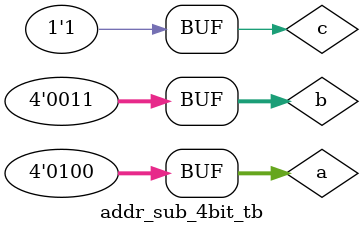
<source format=v>
module full_add_data(input a,b,c,output sum,cout);
  assign sum=a^b^c;
  assign cout=(a&b)|(b&c)|(a&c);
endmodule 

module addr_sub_4bit(input [3:0] a,b, input c,output [3:0] sum,cout);
  wire [3:0]B;
 
  assign B[0] = b[0] ^ c;
  assign B[1] = b[1] ^ c;
  assign B[2] = b[2] ^ c;
  assign B[3] = b[3] ^ c;

  //instanstiate
  full_add_data FA1(a[0],B[0],c,sum[0],cout[0]);
  full_add_data FA2(a[1],B[1],cout[0],sum[1],cout[1]);
  full_add_data FA3(a[2],B[2],cout[1],sum[2],cout[2]);
  full_add_data FA4(a[3],B[3],cout[2],sum[3],cout[3]);
endmodule

//test bench file 
module addr_sub_4bit_tb;
  reg [3:0]a,b;
  reg c;
  wire [3:0]sum,cout;
  addr_sub_4bit uut(a,b,c,sum,cout);
  initial 
    begin 
      $monitor("time=%0t a=%b b=%b c=%b sum=%b cout=%b",$time,a,b,c,sum,cout);
      a = 5;b= 2;c=1;#3
      a = 4;b=3;c=1;
    end 
endmodule 

</source>
